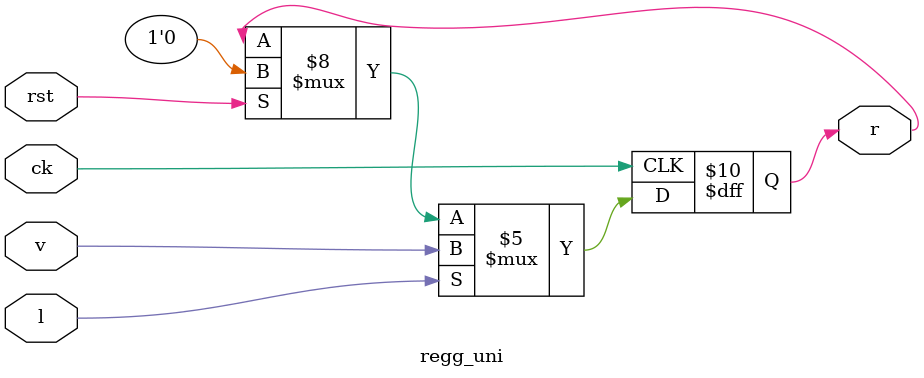
<source format=v>
module regg_uni(
    input ck,
    input rst,
    input v,
    input l,
    output reg r
);

    parameter Zero = 1'b0;

    always @ (posedge ck) begin
        
        if(rst == 1) begin
            r = Zero;
        end

        if(l == 1) begin
            r = v;
        end
        
    end
    

endmodule
</source>
